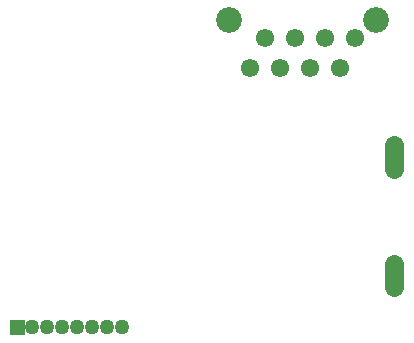
<source format=gbs>
G04 start of page 8 for group -4062 idx -4062 *
G04 Title: roomunit-display, soldermask *
G04 Creator: pcb 1.99z *
G04 CreationDate: mån  6 apr 2015 08:42:04 UTC *
G04 For: jonatan *
G04 Format: Gerber/RS-274X *
G04 PCB-Dimensions (mm): 60.00 42.00 *
G04 PCB-Coordinate-Origin: lower left *
%MOMM*%
%FSLAX43Y43*%
%LNBOTTOMMASK*%
%ADD45C,1.650*%
%ADD44C,0.400*%
%ADD43C,2.184*%
%ADD42C,1.552*%
%ADD41C,0.002*%
%ADD40C,1.270*%
G54D40*X26289Y13171D03*
X25019D03*
X23749D03*
X22479D03*
X30099D03*
X28829D03*
X27559D03*
G54D41*G36*
X20574Y13806D02*Y12536D01*
X21844D01*
Y13806D01*
X20574D01*
G37*
G54D42*X42164Y37682D03*
X43434Y35142D03*
X40894D03*
G54D43*X39091Y39155D03*
G54D42*X44704Y37682D03*
X45974Y35142D03*
X48514D03*
X47244Y37682D03*
X49784D03*
G54D43*X51587Y39155D03*
G54D44*X53109Y28571D03*
Y26571D03*
Y18571D03*
Y16571D03*
G54D45*Y18571D02*Y16571D01*
Y28571D02*Y26571D01*
M02*

</source>
